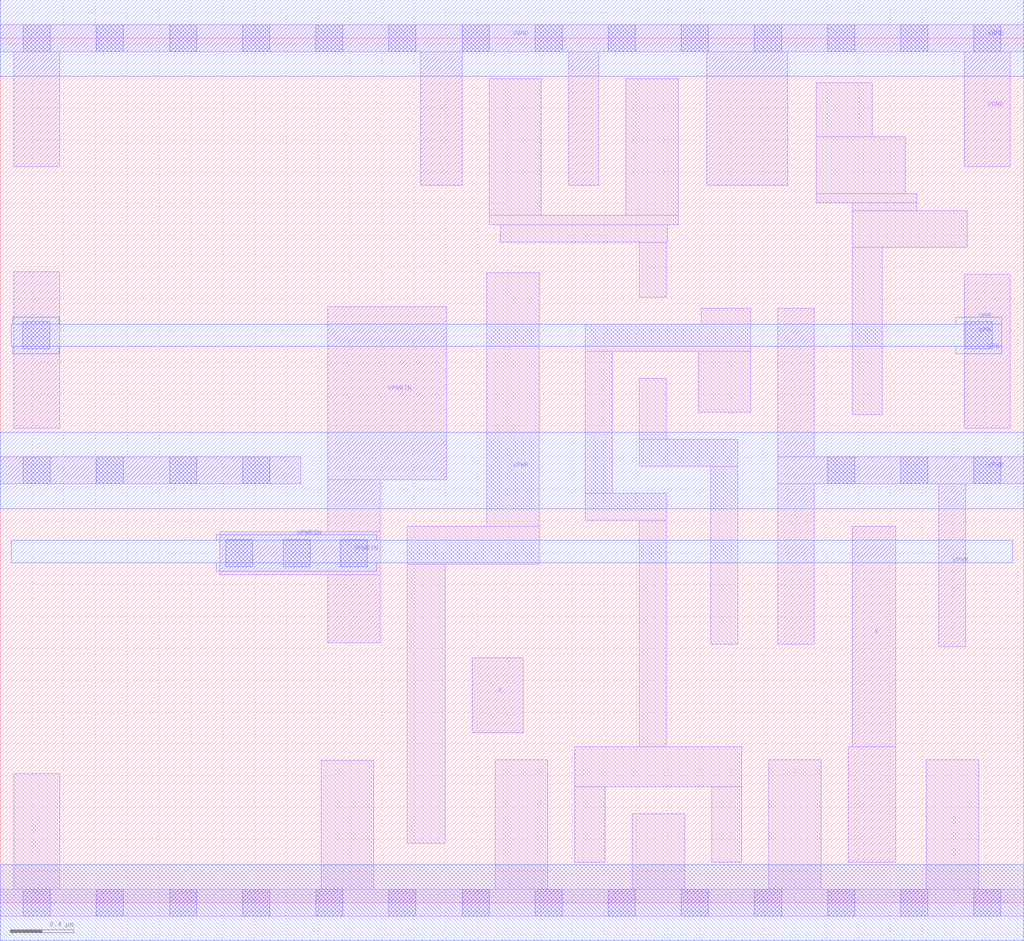
<source format=lef>
# Copyright 2020 The SkyWater PDK Authors
#
# Licensed under the Apache License, Version 2.0 (the "License");
# you may not use this file except in compliance with the License.
# You may obtain a copy of the License at
#
#     https://www.apache.org/licenses/LICENSE-2.0
#
# Unless required by applicable law or agreed to in writing, software
# distributed under the License is distributed on an "AS IS" BASIS,
# WITHOUT WARRANTIES OR CONDITIONS OF ANY KIND, either express or implied.
# See the License for the specific language governing permissions and
# limitations under the License.
#
# SPDX-License-Identifier: Apache-2.0

VERSION 5.7 ;
  NAMESCASESENSITIVE ON ;
  NOWIREEXTENSIONATPIN ON ;
  DIVIDERCHAR "/" ;
  BUSBITCHARS "[]" ;
UNITS
  DATABASE MICRONS 200 ;
END UNITS
MACRO sky130_fd_sc_hd__lpflow_lsbuf_lh_hl_isowell_tap_2
  CLASS CORE ;
  SOURCE USER ;
  FOREIGN sky130_fd_sc_hd__lpflow_lsbuf_lh_hl_isowell_tap_2 ;
  ORIGIN  0.000000  0.000000 ;
  SIZE  6.440000 BY  5.440000 ;
  SYMMETRY X Y R90 ;
  SITE unithd ;
  PIN A
    ANTENNAGATEAREA  0.603000 ;
    DIRECTION INPUT ;
    USE SIGNAL ;
    PORT
      LAYER li1 ;
        RECT 2.970000 1.070000 3.290000 1.540000 ;
    END
  END A
  PIN VPB
    ANTENNADIFFAREA  0.297500 ;
    PORT
      LAYER li1 ;
        RECT 0.085000 2.985000 0.375000 3.970000 ;
        RECT 6.065000 2.985000 6.355000 3.955000 ;
      LAYER mcon ;
        RECT 0.140000 3.485000 0.310000 3.655000 ;
        RECT 6.070000 3.485000 6.240000 3.655000 ;
      LAYER met1 ;
        RECT 0.070000 3.500000 6.300000 3.640000 ;
        RECT 0.080000 3.455000 0.370000 3.500000 ;
        RECT 0.080000 3.640000 0.370000 3.685000 ;
        RECT 6.010000 3.455000 6.300000 3.500000 ;
        RECT 6.010000 3.640000 6.300000 3.685000 ;
    END
  END VPB
  PIN X
    ANTENNADIFFAREA  0.610500 ;
    DIRECTION OUTPUT ;
    USE SIGNAL ;
    PORT
      LAYER li1 ;
        RECT 5.335000 0.255000 5.635000 0.980000 ;
        RECT 5.360000 0.980000 5.635000 2.370000 ;
    END
  END X
  PIN VGND
    DIRECTION INOUT ;
    SHAPE ABUTMENT ;
    USE GROUND ;
    PORT
      LAYER li1 ;
        RECT 0.000000 5.355000 6.440000 5.525000 ;
        RECT 0.085000 4.630000 0.375000 5.355000 ;
        RECT 2.645000 4.515000 2.905000 5.355000 ;
        RECT 3.575000 4.515000 3.765000 5.355000 ;
        RECT 4.445000 4.515000 4.955000 5.355000 ;
        RECT 6.065000 4.630000 6.355000 5.355000 ;
      LAYER mcon ;
        RECT 0.145000 5.355000 0.315000 5.525000 ;
        RECT 0.605000 5.355000 0.775000 5.525000 ;
        RECT 1.065000 5.355000 1.235000 5.525000 ;
        RECT 1.525000 5.355000 1.695000 5.525000 ;
        RECT 1.985000 5.355000 2.155000 5.525000 ;
        RECT 2.445000 5.355000 2.615000 5.525000 ;
        RECT 2.905000 5.355000 3.075000 5.525000 ;
        RECT 3.365000 5.355000 3.535000 5.525000 ;
        RECT 3.825000 5.355000 3.995000 5.525000 ;
        RECT 4.285000 5.355000 4.455000 5.525000 ;
        RECT 4.745000 5.355000 4.915000 5.525000 ;
        RECT 5.205000 5.355000 5.375000 5.525000 ;
        RECT 5.665000 5.355000 5.835000 5.525000 ;
        RECT 6.125000 5.355000 6.295000 5.525000 ;
      LAYER met1 ;
        RECT 0.000000 5.200000 6.440000 5.680000 ;
    END
  END VGND
  PIN VPWR
    DIRECTION INOUT ;
    SHAPE ABUTMENT ;
    USE POWER ;
    PORT
      LAYER li1 ;
        RECT 0.000000 2.635000 1.890000 2.805000 ;
        RECT 4.890000 1.625000 5.120000 2.635000 ;
        RECT 4.890000 2.635000 6.440000 2.805000 ;
        RECT 4.890000 2.805000 5.120000 3.740000 ;
        RECT 5.905000 1.610000 6.075000 2.635000 ;
      LAYER mcon ;
        RECT 0.145000 2.635000 0.315000 2.805000 ;
        RECT 0.605000 2.635000 0.775000 2.805000 ;
        RECT 1.065000 2.635000 1.235000 2.805000 ;
        RECT 1.525000 2.635000 1.695000 2.805000 ;
        RECT 5.205000 2.635000 5.375000 2.805000 ;
        RECT 5.665000 2.635000 5.835000 2.805000 ;
        RECT 6.125000 2.635000 6.295000 2.805000 ;
      LAYER met1 ;
        RECT 0.000000 2.480000 6.440000 2.960000 ;
    END
  END VPWR
  PIN VPWRIN
    DIRECTION INOUT ;
    SHAPE ABUTMENT ;
    USE POWER ;
    PORT
      LAYER li1 ;
        RECT 1.380000 2.065000 2.390000 2.335000 ;
        RECT 2.060000 1.635000 2.390000 2.065000 ;
        RECT 2.060000 2.335000 2.390000 2.660000 ;
        RECT 2.060000 2.660000 2.810000 3.750000 ;
      LAYER mcon ;
        RECT 1.420000 2.115000 1.590000 2.285000 ;
        RECT 1.780000 2.115000 1.950000 2.285000 ;
        RECT 2.140000 2.115000 2.310000 2.285000 ;
      LAYER met1 ;
        RECT 0.070000 2.140000 6.370000 2.280000 ;
        RECT 1.360000 2.085000 2.370000 2.140000 ;
        RECT 1.360000 2.280000 2.370000 2.315000 ;
    END
  END VPWRIN
  OBS
    LAYER li1 ;
      RECT 0.000000 -0.085000 6.440000 0.085000 ;
      RECT 0.085000  0.085000 0.375000 0.810000 ;
      RECT 2.020000  0.085000 2.350000 0.895000 ;
      RECT 2.560000  0.375000 2.800000 2.130000 ;
      RECT 2.560000  2.130000 3.390000 2.370000 ;
      RECT 3.060000  2.370000 3.390000 3.965000 ;
      RECT 3.075000  4.265000 4.265000 4.325000 ;
      RECT 3.075000  4.325000 3.405000 5.185000 ;
      RECT 3.115000  0.085000 3.445000 0.900000 ;
      RECT 3.145000  4.155000 4.195000 4.265000 ;
      RECT 3.615000  0.255000 3.805000 0.730000 ;
      RECT 3.615000  0.730000 4.665000 0.980000 ;
      RECT 3.680000  2.405000 4.190000 2.575000 ;
      RECT 3.680000  2.575000 3.850000 3.470000 ;
      RECT 3.680000  3.470000 4.720000 3.640000 ;
      RECT 3.935000  4.325000 4.265000 5.185000 ;
      RECT 3.975000  0.085000 4.305000 0.560000 ;
      RECT 4.020000  0.980000 4.190000 2.405000 ;
      RECT 4.020000  2.745000 4.640000 2.915000 ;
      RECT 4.020000  2.915000 4.190000 3.300000 ;
      RECT 4.020000  3.810000 4.190000 4.155000 ;
      RECT 4.390000  3.085000 4.720000 3.470000 ;
      RECT 4.410000  3.640000 4.720000 3.740000 ;
      RECT 4.470000  1.625000 4.640000 2.745000 ;
      RECT 4.475000  0.255000 4.665000 0.730000 ;
      RECT 4.835000  0.085000 5.165000 0.900000 ;
      RECT 5.135000  4.405000 5.765000 4.460000 ;
      RECT 5.135000  4.460000 5.695000 4.820000 ;
      RECT 5.135000  4.820000 5.485000 5.160000 ;
      RECT 5.360000  3.070000 5.550000 4.125000 ;
      RECT 5.360000  4.125000 6.085000 4.355000 ;
      RECT 5.360000  4.355000 5.765000 4.405000 ;
      RECT 5.825000  0.085000 6.155000 0.900000 ;
    LAYER mcon ;
      RECT 0.145000 -0.085000 0.315000 0.085000 ;
      RECT 0.605000 -0.085000 0.775000 0.085000 ;
      RECT 1.065000 -0.085000 1.235000 0.085000 ;
      RECT 1.525000 -0.085000 1.695000 0.085000 ;
      RECT 1.985000 -0.085000 2.155000 0.085000 ;
      RECT 2.445000 -0.085000 2.615000 0.085000 ;
      RECT 2.905000 -0.085000 3.075000 0.085000 ;
      RECT 3.365000 -0.085000 3.535000 0.085000 ;
      RECT 3.825000 -0.085000 3.995000 0.085000 ;
      RECT 4.285000 -0.085000 4.455000 0.085000 ;
      RECT 4.745000 -0.085000 4.915000 0.085000 ;
      RECT 5.205000 -0.085000 5.375000 0.085000 ;
      RECT 5.665000 -0.085000 5.835000 0.085000 ;
      RECT 6.125000 -0.085000 6.295000 0.085000 ;
    LAYER met1 ;
      RECT 0.000000 -0.240000 6.440000 0.240000 ;
  END
END sky130_fd_sc_hd__lpflow_lsbuf_lh_hl_isowell_tap_2

</source>
